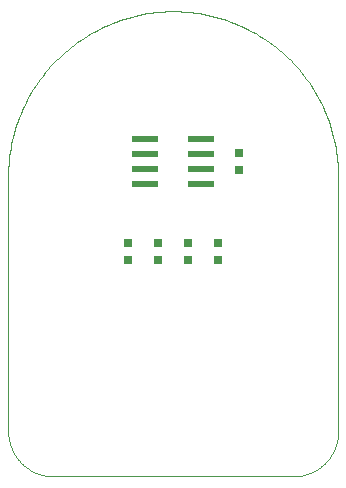
<source format=gtp>
G75*
%MOIN*%
%OFA0B0*%
%FSLAX25Y25*%
%IPPOS*%
%LPD*%
%AMOC8*
5,1,8,0,0,1.08239X$1,22.5*
%
%ADD10C,0.00000*%
%ADD11R,0.03150X0.03150*%
%ADD12R,0.08600X0.02200*%
D10*
X0021800Y0019006D02*
X0101800Y0019006D01*
X0102162Y0019010D01*
X0102525Y0019024D01*
X0102887Y0019045D01*
X0103248Y0019076D01*
X0103608Y0019115D01*
X0103967Y0019163D01*
X0104325Y0019220D01*
X0104682Y0019285D01*
X0105037Y0019359D01*
X0105390Y0019442D01*
X0105741Y0019533D01*
X0106089Y0019632D01*
X0106435Y0019740D01*
X0106779Y0019856D01*
X0107119Y0019981D01*
X0107456Y0020113D01*
X0107790Y0020254D01*
X0108121Y0020403D01*
X0108448Y0020560D01*
X0108771Y0020724D01*
X0109090Y0020896D01*
X0109404Y0021076D01*
X0109715Y0021264D01*
X0110020Y0021459D01*
X0110321Y0021661D01*
X0110617Y0021871D01*
X0110907Y0022087D01*
X0111193Y0022311D01*
X0111473Y0022541D01*
X0111747Y0022778D01*
X0112015Y0023022D01*
X0112278Y0023272D01*
X0112534Y0023528D01*
X0112784Y0023791D01*
X0113028Y0024059D01*
X0113265Y0024333D01*
X0113495Y0024613D01*
X0113719Y0024899D01*
X0113935Y0025189D01*
X0114145Y0025485D01*
X0114347Y0025786D01*
X0114542Y0026091D01*
X0114730Y0026402D01*
X0114910Y0026716D01*
X0115082Y0027035D01*
X0115246Y0027358D01*
X0115403Y0027685D01*
X0115552Y0028016D01*
X0115693Y0028350D01*
X0115825Y0028687D01*
X0115950Y0029027D01*
X0116066Y0029371D01*
X0116174Y0029717D01*
X0116273Y0030065D01*
X0116364Y0030416D01*
X0116447Y0030769D01*
X0116521Y0031124D01*
X0116586Y0031481D01*
X0116643Y0031839D01*
X0116691Y0032198D01*
X0116730Y0032558D01*
X0116761Y0032919D01*
X0116782Y0033281D01*
X0116796Y0033644D01*
X0116800Y0034006D01*
X0116800Y0119006D01*
X0116784Y0120345D01*
X0116735Y0121684D01*
X0116653Y0123021D01*
X0116539Y0124355D01*
X0116393Y0125687D01*
X0116214Y0127014D01*
X0116003Y0128337D01*
X0115759Y0129654D01*
X0115484Y0130965D01*
X0115177Y0132268D01*
X0114838Y0133564D01*
X0114468Y0134851D01*
X0114067Y0136129D01*
X0113634Y0137397D01*
X0113171Y0138654D01*
X0112677Y0139899D01*
X0112153Y0141132D01*
X0111600Y0142351D01*
X0111016Y0143557D01*
X0110404Y0144748D01*
X0109763Y0145924D01*
X0109093Y0147084D01*
X0108395Y0148227D01*
X0107670Y0149353D01*
X0106917Y0150461D01*
X0106138Y0151551D01*
X0105332Y0152621D01*
X0104501Y0153671D01*
X0103644Y0154700D01*
X0102762Y0155709D01*
X0101857Y0156695D01*
X0100927Y0157659D01*
X0099974Y0158601D01*
X0098999Y0159519D01*
X0098001Y0160412D01*
X0096982Y0161282D01*
X0095942Y0162126D01*
X0094882Y0162944D01*
X0093802Y0163737D01*
X0092704Y0164503D01*
X0091586Y0165242D01*
X0090452Y0165954D01*
X0089300Y0166637D01*
X0088132Y0167293D01*
X0086948Y0167920D01*
X0085750Y0168518D01*
X0084537Y0169086D01*
X0083311Y0169625D01*
X0082072Y0170134D01*
X0080821Y0170612D01*
X0079558Y0171060D01*
X0078286Y0171477D01*
X0077003Y0171863D01*
X0075711Y0172218D01*
X0074411Y0172541D01*
X0073104Y0172832D01*
X0071790Y0173091D01*
X0070470Y0173318D01*
X0069145Y0173513D01*
X0067815Y0173676D01*
X0066482Y0173806D01*
X0065147Y0173904D01*
X0063809Y0173969D01*
X0062470Y0174002D01*
X0061130Y0174002D01*
X0059791Y0173969D01*
X0058453Y0173904D01*
X0057118Y0173806D01*
X0055785Y0173676D01*
X0054455Y0173513D01*
X0053130Y0173318D01*
X0051810Y0173091D01*
X0050496Y0172832D01*
X0049189Y0172541D01*
X0047889Y0172218D01*
X0046597Y0171863D01*
X0045314Y0171477D01*
X0044042Y0171060D01*
X0042779Y0170612D01*
X0041528Y0170134D01*
X0040289Y0169625D01*
X0039063Y0169086D01*
X0037850Y0168518D01*
X0036652Y0167920D01*
X0035468Y0167293D01*
X0034300Y0166637D01*
X0033148Y0165954D01*
X0032014Y0165242D01*
X0030896Y0164503D01*
X0029798Y0163737D01*
X0028718Y0162944D01*
X0027658Y0162126D01*
X0026618Y0161282D01*
X0025599Y0160412D01*
X0024601Y0159519D01*
X0023626Y0158601D01*
X0022673Y0157659D01*
X0021743Y0156695D01*
X0020838Y0155709D01*
X0019956Y0154700D01*
X0019099Y0153671D01*
X0018268Y0152621D01*
X0017462Y0151551D01*
X0016683Y0150461D01*
X0015930Y0149353D01*
X0015205Y0148227D01*
X0014507Y0147084D01*
X0013837Y0145924D01*
X0013196Y0144748D01*
X0012584Y0143557D01*
X0012000Y0142351D01*
X0011447Y0141132D01*
X0010923Y0139899D01*
X0010429Y0138654D01*
X0009966Y0137397D01*
X0009533Y0136129D01*
X0009132Y0134851D01*
X0008762Y0133564D01*
X0008423Y0132268D01*
X0008116Y0130965D01*
X0007841Y0129654D01*
X0007597Y0128337D01*
X0007386Y0127014D01*
X0007207Y0125687D01*
X0007061Y0124355D01*
X0006947Y0123021D01*
X0006865Y0121684D01*
X0006816Y0120345D01*
X0006800Y0119006D01*
X0006800Y0034006D01*
X0006804Y0033644D01*
X0006818Y0033281D01*
X0006839Y0032919D01*
X0006870Y0032558D01*
X0006909Y0032198D01*
X0006957Y0031839D01*
X0007014Y0031481D01*
X0007079Y0031124D01*
X0007153Y0030769D01*
X0007236Y0030416D01*
X0007327Y0030065D01*
X0007426Y0029717D01*
X0007534Y0029371D01*
X0007650Y0029027D01*
X0007775Y0028687D01*
X0007907Y0028350D01*
X0008048Y0028016D01*
X0008197Y0027685D01*
X0008354Y0027358D01*
X0008518Y0027035D01*
X0008690Y0026716D01*
X0008870Y0026402D01*
X0009058Y0026091D01*
X0009253Y0025786D01*
X0009455Y0025485D01*
X0009665Y0025189D01*
X0009881Y0024899D01*
X0010105Y0024613D01*
X0010335Y0024333D01*
X0010572Y0024059D01*
X0010816Y0023791D01*
X0011066Y0023528D01*
X0011322Y0023272D01*
X0011585Y0023022D01*
X0011853Y0022778D01*
X0012127Y0022541D01*
X0012407Y0022311D01*
X0012693Y0022087D01*
X0012983Y0021871D01*
X0013279Y0021661D01*
X0013580Y0021459D01*
X0013885Y0021264D01*
X0014196Y0021076D01*
X0014510Y0020896D01*
X0014829Y0020724D01*
X0015152Y0020560D01*
X0015479Y0020403D01*
X0015810Y0020254D01*
X0016144Y0020113D01*
X0016481Y0019981D01*
X0016821Y0019856D01*
X0017165Y0019740D01*
X0017511Y0019632D01*
X0017859Y0019533D01*
X0018210Y0019442D01*
X0018563Y0019359D01*
X0018918Y0019285D01*
X0019275Y0019220D01*
X0019633Y0019163D01*
X0019992Y0019115D01*
X0020352Y0019076D01*
X0020713Y0019045D01*
X0021075Y0019024D01*
X0021438Y0019010D01*
X0021800Y0019006D01*
D11*
X0046800Y0091053D03*
X0046800Y0096959D03*
X0056800Y0096959D03*
X0056800Y0091053D03*
X0066800Y0091053D03*
X0066800Y0096959D03*
X0076800Y0096959D03*
X0076800Y0091053D03*
X0083600Y0121053D03*
X0083600Y0126959D03*
D12*
X0071100Y0126506D03*
X0071100Y0121506D03*
X0071100Y0116506D03*
X0071100Y0131506D03*
X0052500Y0131506D03*
X0052500Y0126506D03*
X0052500Y0121506D03*
X0052500Y0116506D03*
M02*

</source>
